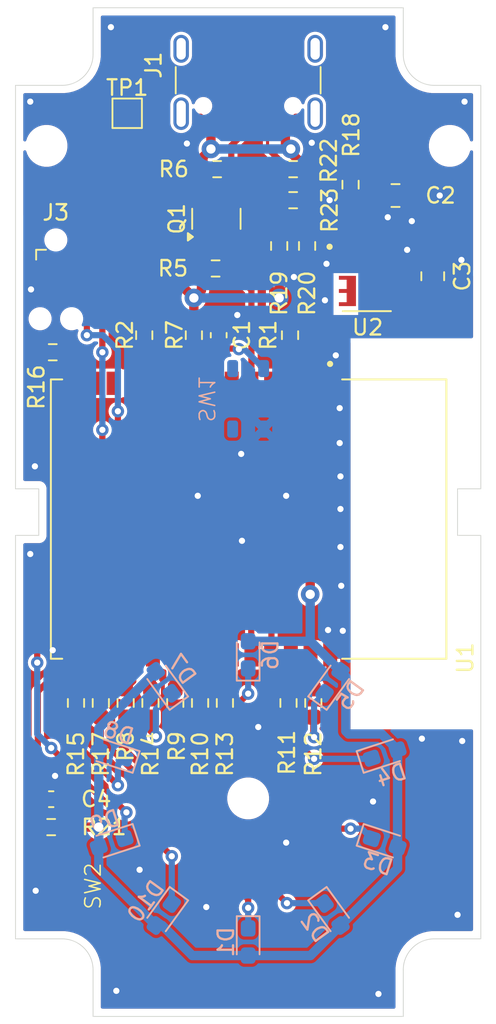
<source format=kicad_pcb>
(kicad_pcb (version 20240108) (generator "pcbnew") (generator_version "8.0")
  (title_block (title "UIS Fan Controller") (date "2025-03-15") (rev "v1"))
  (layers (0 "F.Cu" signal) (31 "B.Cu" signal) (34 "B.Paste" user) (35 "F.Paste" user) (36 "B.SilkS" user "B.Silkscreen") (37 "F.SilkS" user "F.Silkscreen") (38 "B.Mask" user) (39 "F.Mask" user) (44 "Edge.Cuts" user))
  (net 0 "")
  (net 1 "GND")
  (net 2 "/BUTTON")
  (net 3 "+10V")
  (net 4 "+3V3")
  (net 5 "/BOOT")
  (net 6 "/LED1")
  (net 7 "Net-(D1-K)")
  (net 8 "Net-(D2-K)")
  (net 9 "/LED2")
  (net 10 "Net-(D3-K)")
  (net 11 "/LED3")
  (net 12 "Net-(D4-K)")
  (net 13 "/LED4")
  (net 14 "/LED5")
  (net 15 "Net-(D5-K)")
  (net 16 "Net-(D6-K)")
  (net 17 "/LED6")
  (net 18 "/LED7")
  (net 19 "Net-(D7-K)")
  (net 20 "Net-(D8-K)")
  (net 21 "/LED8")
  (net 22 "Net-(D9-K)")
  (net 23 "/LED9")
  (net 24 "Net-(D10-K)")
  (net 25 "/LED10")
  (net 27 "/TACH")
  (net 28 "/FAN_PWM")
  (net 29 "Net-(J1-CC1)")
  (net 32 "/ESP_PWM")
  (net 33 "Net-(U1-EN)")
  (net 34 "Net-(U1-IO8)")
  (net 35 "Net-(U2-EN)")
  (net 36 "Net-(U2-FB)")
  (net 42 "/RX")
  (net 44 "/TX")
  (footprint "Resistor_SMD:R_0603_1608Metric_Pad0.98x0.95mm_HandSolder" (layer "F.Cu") (at 137.3 120.3 180)
    (property "Reference" "R21")
    (property "Value" "10k")
  )
  (footprint "Resistor_SMD:R_0603_1608Metric_Pad0.98x0.95mm_HandSolder" (layer "F.Cu") (at 142.1 112.3 90)
    (property "Reference" "R8")
    (property "Value" "1k")
  )
  (footprint "Connector:Tag-Connect_TC2030-IDC-NL_2x03_P1.27mm_Vertical" (layer "F.Cu") (at 137.6 85 -90)
    (property "Reference" "J3")
    (property "Value" "Conn_ARM_SWD_TagConnect_TC2030-NL" (hide yes))
  )
  (footprint "MountingHole:MountingHole_2.2mm_M2" (layer "F.Cu") (at 163 76.4)
    (property "Reference" "H2" (hide yes))
    (property "Value" "MountingHole" (hide yes))
  )
  (footprint "Resistor_SMD:R_0603_1608Metric_Pad0.98x0.95mm_HandSolder" (layer "F.Cu") (at 143.7 112.3 90)
    (property "Reference" "R14")
    (property "Value" "1k")
  )
  (footprint "Resistor_SMD:R_0603_1608Metric_Pad0.98x0.95mm_HandSolder" (layer "F.Cu") (at 146.9 112.3 90)
    (property "Reference" "R10")
    (property "Value" "1k")
  )
  (footprint "Resistor_SMD:R_0603_1608Metric_Pad0.98x0.95mm_HandSolder" (layer "F.Cu") (at 137.4 89.7)
    (property "Reference" "R16")
    (property "Value" "1k")
  )
  (footprint "Capacitor_SMD:C_0805_2012Metric_Pad1.18x1.45mm_HandSolder" (layer "F.Cu") (at 161.9 84.8 90)
    (property "Reference" "C3")
    (property "Value" "22u")
  )
  (footprint "Resistor_SMD:R_0603_1608Metric_Pad0.98x0.95mm_HandSolder" (layer "F.Cu") (at 152.6 112.3 90)
    (property "Reference" "R11")
    (property "Value" "1k")
  )
  (footprint "MountingHole:MountingHole_2.2mm_M2" (layer "F.Cu") (at 137 76.4)
    (property "Reference" "H3" (hide yes))
    (property "Value" "MountingHole" (hide yes))
  )
  (footprint "Resistor_SMD:R_0603_1608Metric_Pad0.98x0.95mm_HandSolder" (layer "F.Cu") (at 140.5 112.3 90)
    (property "Reference" "R17")
    (property "Value" "1k")
  )
  (footprint "Resistor_SMD:R_0603_1608Metric_Pad0.98x0.95mm_HandSolder" (layer "F.Cu") (at 145.3 112.3 90)
    (property "Reference" "R9")
    (property "Value" "1k")
  )
  (footprint "Footprints:4P-3.4x3.4mm" (layer "F.Cu") (at 137.3 124.1 90)
    (property "Reference" "SW2")
    (property "Value" "SW_Push" (hide yes))
  )
  (footprint "SnapEDA:CONV_MPM3610GQV-P" (layer "F.Cu") (at 157.65 84.5)
    (property "Reference" "U2")
    (property "Value" "MPM3610GQV-P" (hide yes))
  )
  (footprint "Resistor_SMD:R_0603_1608Metric_Pad0.98x0.95mm_HandSolder" (layer "F.Cu") (at 146.5 88.6 -90)
    (property "Reference" "R7")
    (property "Value" "10k")
  )
  (footprint "Resistor_SMD:R_0603_1608Metric_Pad0.98x0.95mm_HandSolder" (layer "F.Cu") (at 152 82.85 90)
    (property "Reference" "R19")
    (property "Value" "75k")
  )
  (footprint "Capacitor_SMD:C_0603_1608Metric_Pad1.08x0.95mm_HandSolder" (layer "F.Cu") (at 137.3 118.5)
    (property "Reference" "C4")
    (property "Value" "0.1u")
  )
  (footprint "Resistor_SMD:R_0603_1608Metric_Pad0.98x0.95mm_HandSolder" (layer "F.Cu") (at 143.3 88.6 -90)
    (property "Reference" "R2")
    (property "Value" "10k")
  )
  (footprint "Resistor_SMD:R_0603_1608Metric_Pad0.98x0.95mm_HandSolder" (layer "F.Cu") (at 154.2 112.3 90)
    (property "Reference" "R12")
    (property "Value" "1k")
  )
  (footprint "Resistor_SMD:R_0603_1608Metric_Pad0.98x0.95mm_HandSolder" (layer "F.Cu") (at 148 77.9)
    (property "Reference" "R6")
    (property "Value" "2.2k")
  )
  (footprint "Capacitor_SMD:C_0603_1608Metric_Pad1.08x0.95mm_HandSolder" (layer "F.Cu") (at 148.1 88.6 90)
    (property "Reference" "C1")
    (property "Value" "0.1u")
  )
  (footprint "Capacitor_SMD:C_0805_2012Metric_Pad1.18x1.45mm_HandSolder" (layer "F.Cu") (at 159.5 79.6)
    (property "Reference" "C2")
    (property "Value" "10u")
  )
  (footprint "Resistor_SMD:R_0603_1608Metric_Pad0.98x0.95mm_HandSolder" (layer "F.Cu") (at 152.7 88.6 -90)
    (property "Reference" "R1")
    (property "Value" "10k")
  )
  (footprint "SnapEDA:XCVR_ESP32-C6-WROOM-1-N8" (layer "F.Cu") (at 150.03 100.45 -90)
    (property "Reference" "U1")
    (property "Value" "ESP32-C6-WROOM-1-N8")
  )
  (footprint "Resistor_SMD:R_0603_1608Metric_Pad0.98x0.95mm_HandSolder" (layer "F.Cu") (at 153.8 82.85 -90)
    (property "Reference" "R20")
    (property "Value" "24k")
  )
  (footprint "Resistor_SMD:R_0603_1608Metric_Pad0.98x0.95mm_HandSolder" (layer "F.Cu") (at 152.9 77.9 180)
    (property "Reference" "R22")
    (property "Value" "47k")
  )
  (footprint "Resistor_SMD:R_0603_1608Metric_Pad0.98x0.95mm_HandSolder" (layer "F.Cu") (at 148.5 112.3 90)
    (property "Reference" "R13")
    (property "Value" "1k")
  )
  (footprint "Package_TO_SOT_SMD:SOT-23" (layer "F.Cu") (at 147.95 81.1 90)
    (property "Reference" "Q1")
    (property "Value" "BSS138")
  )
  (footprint "Resistor_SMD:R_0603_1608Metric_Pad0.98x0.95mm_HandSolder" (layer "F.Cu") (at 156.6 78.9 90)
    (property "Reference" "R18")
    (property "Value" "75k")
  )
  (footprint "Resistor_SMD:R_0603_1608Metric_Pad0.98x0.95mm_HandSolder" (layer "F.Cu") (at 152.9 79.9)
    (property "Reference" "R23")
    (property "Value" "47k")
  )
  (footprint "Resistor_SMD:R_0603_1608Metric_Pad0.98x0.95mm_HandSolder" (layer "F.Cu") (at 147.9 84.3)
    (property "Reference" "R5")
    (property "Value" "2.2k")
  )
  (footprint "TestPoint:TestPoint_Pad_1.5x1.5mm" (layer "F.Cu") (at 142.2 74.3)
    (property "Reference" "TP1")
    (property "Value" "TestPoint" (hide yes))
  )
  (footprint "MountingHole:MountingHole_2.2mm_M2" (layer "F.Cu") (at 150 118.45)
    (property "Reference" "H1" (hide yes))
    (property "Value" "MountingHole" (hide yes))
  )
  (footprint "Connector_USB:USB_C_Receptacle_GCT_USB4105-xx-A_16P_TopMnt_Horizontal" (layer "F.Cu") (at 150 71.22 180)
    (property "Reference" "J1")
    (property "Value" "USB_C_Receptacle_USB2.0_14P" (hide yes))
  )
  (footprint "Resistor_SMD:R_0603_1608Metric_Pad0.98x0.95mm_HandSolder" (layer "F.Cu") (at 138.9 112.3 90)
    (property "Reference" "R15")
    (property "Value" "1k")
  )
  (footprint "LED_SMD:LED_0603_1608Metric_Pad1.05x0.95mm_HandSolder" (layer "B.Cu") (at 155.44 110.97 54)
    (property "Reference" "D5")
    (property "Value" "LED" (hide yes))
  )
  (footprint "LED_SMD:LED_0603_1608Metric_Pad1.05x0.95mm_HandSolder" (layer "B.Cu") (at 150 127.7 -90)
    (property "Reference" "D1")
    (property "Value" "LED" (hide yes))
  )
  (footprint "Footprints:4P-3.4x3.4mm" (layer "B.Cu") (at 150 92.7 90)
    (property "Reference" "SW1")
    (property "Value" "SW_Push" (hide yes))
  )
  (footprint "LED_SMD:LED_0603_1608Metric_Pad1.05x0.95mm_HandSolder" (layer "B.Cu") (at 141.2 115.59 162)
    (property "Reference" "D8")
    (property "Value" "LED" (hide yes))
  )
  (footprint "LED_SMD:LED_0603_1608Metric_Pad1.05x0.95mm_HandSolder" (layer "B.Cu") (at 144.56 110.97 126)
    (property "Reference" "D7")
    (property "Value" "LED" (hide yes))
  )
  (footprint "LED_SMD:LED_0603_1608Metric_Pad1.05x0.95mm_HandSolder" (layer "B.Cu") (at 141.2 121.31 -162)
    (property "Reference" "D9")
    (property "Value" "LED" (hide yes))
  )
  (footprint "LED_SMD:LED_0603_1608Metric_Pad1.05x0.95mm_HandSolder" (layer "B.Cu") (at 155.44 125.93 -54)
    (property "Reference" "D2")
    (property "Value" "LED" (hide yes))
  )
  (footprint "LED_SMD:LED_0603_1608Metric_Pad1.05x0.95mm_HandSolder" (layer "B.Cu") (at 158.8 121.31 -18)
    (property "Reference" "D3")
    (property "Value" "LED" (hide yes))
  )
  (footprint "LED_SMD:LED_0603_1608Metric_Pad1.05x0.95mm_HandSolder" (layer "B.Cu") (at 150 109.2 90)
    (property "Reference" "D6")
    (property "Value" "LED" (hide yes))
  )
  (footprint "LED_SMD:LED_0603_1608Metric_Pad1.05x0.95mm_HandSolder" (layer "B.Cu") (at 158.8 115.59 18)
    (property "Reference" "D4")
    (property "Value" "LED" (hide yes))
  )
  (footprint "LED_SMD:LED_0603_1608Metric_Pad1.05x0.95mm_HandSolder" (layer "B.Cu") (at 144.56 125.93 -126)
    (property "Reference" "D10")
    (property "Value" "LED" (hide yes))
  )
  (gr_arc (start 138 127.5) (mid 139.414214 128.085786) (end 140 129.5) (stroke (width 0.05)) (layer "Edge.Cuts"))
  (gr_line (start 140 132.5) (end 160 132.5) (stroke (width 0.05)) (layer "Edge.Cuts"))
  (gr_line (start 136.5 98.5) (end 135 98.5) (stroke (width 0.05)) (layer "Edge.Cuts"))
  (gr_line (start 160 132.5) (end 160 129.5) (stroke (width 0.05)) (layer "Edge.Cuts"))
  (gr_arc (start 162 72.5) (mid 160.585786 71.914214) (end 160 70.5) (stroke (width 0.05)) (layer "Edge.Cuts"))
  (gr_line (start 165 127.5) (end 162 127.5) (stroke (width 0.05)) (layer "Edge.Cuts"))
  (gr_line (start 165 72.5) (end 162 72.5) (stroke (width 0.05)) (layer "Edge.Cuts"))
  (gr_line (start 163.5 101.5) (end 165 101.5) (stroke (width 0.05)) (layer "Edge.Cuts"))
  (gr_line (start 140 67.5) (end 140 70.5) (stroke (width 0.05)) (layer "Edge.Cuts"))
  (gr_line (start 165 98.5) (end 165 72.5) (stroke (width 0.05)) (layer "Edge.Cuts"))
  (gr_line (start 160 67.5) (end 160 70.5) (stroke (width 0.05)) (layer "Edge.Cuts"))
  (gr_line (start 136.5 101.5) (end 135 101.5) (stroke (width 0.05)) (layer "Edge.Cuts"))
  (gr_line (start 165 101.5) (end 165 127.5) (stroke (width 0.05)) (layer "Edge.Cuts"))
  (gr_line (start 163.5 98.5) (end 165 98.5) (stroke (width 0.05)) (layer "Edge.Cuts"))
  (gr_line (start 135 98.5) (end 135 72.5) (stroke (width 0.05)) (layer "Edge.Cuts"))
  (gr_arc (start 140 70.5) (mid 139.414214 71.914214) (end 138 72.5) (stroke (width 0.05)) (layer "Edge.Cuts"))
  (gr_line (start 140 132.5) (end 140 129.5) (stroke (width 0.05)) (layer "Edge.Cuts"))
  (gr_line (start 163.5 98.5) (end 163.5 101.5) (stroke (width 0.05)) (layer "Edge.Cuts"))
  (gr_line (start 136.5 98.5) (end 136.5 101.5) (stroke (width 0.05)) (layer "Edge.Cuts"))
  (gr_line (start 135 72.5) (end 138 72.5) (stroke (width 0.05)) (layer "Edge.Cuts"))
  (gr_line (start 135 127.5) (end 138 127.5) (stroke (width 0.05)) (layer "Edge.Cuts"))
  (gr_line (start 135 101.5) (end 135 127.5) (stroke (width 0.05)) (layer "Edge.Cuts"))
  (gr_arc (start 160 129.5) (mid 160.585786 128.085786) (end 162 127.5) (stroke (width 0.05)) (layer "Edge.Cuts"))
  (gr_line (start 140 67.5) (end 160 67.5) (stroke (width 0.05)) (layer "Edge.Cuts"))
  (via (at 163.95 73.55) (size 0.8) (drill 0.4) (layers "F.Cu" "B.Cu") (net 1))
  (via (at 154.1 76.2) (size 0.8) (drill 0.4) (layers "F.Cu" "B.Cu") (net 1))
  (via (at 155.9 95.55) (size 0.8) (drill 0.4) (layers "F.Cu" "B.Cu") (net 1))
  (via (at 136.25 97.05) (size 0.8) (drill 0.4) (layers "F.Cu" "B.Cu") (net 1))
  (via (at 137.55 117) (size 0.8) (drill 0.4) (layers "F.Cu" "B.Cu") (net 1))
  (via (at 155.65 89.9) (size 0.8) (drill 0.4) (layers "F.Cu" "B.Cu") (net 1))
  (via (at 156 104.75) (size 0.8) (drill 0.4) (layers "F.Cu" "B.Cu") (net 1))
  (via (at 147.3 125.45) (size 0.8) (drill 0.4) (layers "F.Cu" "B.Cu") (net 1))
  (via (at 163.75 83.75) (size 0.8) (drill 0.4) (layers "F.Cu" "B.Cu") (net 1))
  (via (at 152.95 84.85) (size 0.8) (drill 0.4) (layers "F.Cu" "B.Cu") (net 1))
  (via (at 155.9 93.3) (size 0.8) (drill 0.4) (layers "F.Cu" "B.Cu") (net 1))
  (via (at 150.65 113.85) (size 0.8) (drill 0.4) (layers "F.Cu" "B.Cu") (net 1))
  (via (at 136 85.65) (size 0.8) (drill 0.4) (layers "F.Cu" "B.Cu") (net 1))
  (via (at 159 81) (size 0.8) (drill 0.4) (layers "F.Cu" "B.Cu") (net 1))
  (via (at 152.45 98.95) (size 0.8) (drill 0.4) (layers "F.Cu" "B.Cu") (net 1))
  (via (at 160.55 81.25) (size 0.8) (drill 0.4) (layers "F.Cu" "B.Cu") (net 1))
  (via (at 160.25 83.1) (size 0.8) (drill 0.4) (layers "F.Cu" "B.Cu") (net 1))
  (via (at 155.05 84) (size 0.8) (drill 0.4) (layers "F.Cu" "B.Cu") (net 1))
  (via (at 163.5 125.95) (size 0.8) (drill 0.4) (layers "F.Cu" "B.Cu") (net 1))
  (via (at 141.15 68.75) (size 0.8) (drill 0.4) (layers "F.Cu" "B.Cu") (net 1))
  (via (at 161.2 114.6) (size 0.8) (drill 0.4) (layers "F.Cu" "B.Cu") (net 1))
  (via (at 141.5 130.85) (size 0.8) (drill 0.4) (layers "F.Cu" "B.Cu") (net 1))
  (via (at 155.15 107.6) (size 0.8) (drill 0.4) (layers "F.Cu" "B.Cu") (net 1))
  (via (at 149.55 96.25) (size 0.8) (drill 0.4) (layers "F.Cu" "B.Cu") (net 1))
  (via (at 155.95 97.7) (size 0.8) (drill 0.4) (layers "F.Cu" "B.Cu") (net 1))
  (via (at 155.25 79.9) (size 0.8) (drill 0.4) (layers "F.Cu" "B.Cu") (net 1))
  (via (at 136.3 124.4) (size 0.8) (drill 0.4) (layers "F.Cu" "B.Cu") (net 1))
  (via (at 155.95 99.8) (size 0.8) (drill 0.4) (layers "F.Cu" "B.Cu") (net 1))
  (via (at 137.4 108.9) (size 0.8) (drill 0.4) (layers "F.Cu" "B.Cu") (net 1))
  (via (at 149.3 87.3) (size 0.8) (drill 0.4) (layers "F.Cu" "B.Cu") (net 1))
  (via (at 143 123.05) (size 0.8) (drill 0.4) (layers "F.Cu" "B.Cu") (net 1))
  (via (at 146.05 76.25) (size 0.8) (drill 0.4) (layers "F.Cu" "B.Cu") (net 1))
  (via (at 152.45 121.3) (size 0.8) (drill 0.4) (layers "F.Cu" "B.Cu") (net 1))
  (via (at 158.05 118.65) (size 0.8) (drill 0.4) (layers "F.Cu" "B.Cu") (net 1))
  (via (at 163.8 114.75) (size 0.8) (drill 0.4) (layers "F.Cu" "B.Cu") (net 1))
  (via (at 154.95 86.35) (size 0.8) (drill 0.4) (layers "F.Cu" "B.Cu") (net 1))
  (via (at 158.4 131.05) (size 0.8) (drill 0.4) (layers "F.Cu" "B.Cu") (net 1))
  (via (at 162.35 79.6) (size 0.8) (drill 0.4) (layers "F.Cu" "B.Cu") (net 1))
  (via (at 135.95 73.55) (size 0.8) (drill 0.4) (layers "F.Cu" "B.Cu") (net 1))
  (via (at 155.95 102.25) (size 0.8) (drill 0.4) (layers "F.Cu" "B.Cu") (net 1))
  (via (at 156.1 107.65) (size 0.8) (drill 0.4) (layers "F.Cu" "B.Cu") (net 1))
  (via (at 146.75 98.95) (size 0.8) (drill 0.4) (layers "F.Cu" "B.Cu") (net 1))
  (via (at 149.6 101.85) (size 0.8) (drill 0.4) (layers "F.Cu" "B.Cu") (net 1))
  (via (at 135.95 102.7) (size 0.8) (drill 0.4) (layers "F.Cu" "B.Cu") (net 1))
  (via (at 158.85 68.75) (size 0.8) (drill 0.4) (layers "F.Cu" "B.Cu") (net 1))
  (segment (start 146.5 89.5125) (end 146.5 91.6) (width 0.4) (layer "F.Cu") (net 2))
  (segment (start 148.05 89.5125) (end 148.1 89.4625) (width 0.4) (layer "F.Cu") (net 2))
  (segment (start 146.5 91.6) (end 146.4 91.7) (width 0.4) (layer "F.Cu") (net 2))
  (segment (start 148.1 89.4625) (end 149.3625 89.4625) (width 0.4) (layer "F.Cu") (net 2))
  (segment (start 149.3625 89.4625) (end 149.4 89.5) (width 0.4) (layer "F.Cu") (net 2))
  (segment (start 146.5 89.5125) (end 148.05 89.5125) (width 0.4) (layer "F.Cu") (net 2))
  (via (at 149.4 89.5) (size 0.8) (drill 0.4) (layers "F.Cu" "B.Cu") (net 2))
  (segment (start 149.4 89.5) (end 149.75 89.5) (width 0.4) (layer "B.Cu") (net 2))
  (segment (start 149.75 89.5) (end 151 90.75) (width 0.4) (layer "B.Cu") (net 2))
  (segment (start 156.2625 77.9) (end 156.35 77.9875) (width 0.2) (layer "F.Cu") (net 3))
  (segment (start 147.0875 77.9) (end 147.0875 77.1125) (width 0.6) (layer "F.Cu") (net 3))
  (segment (start 153.8125 77.9) (end 156.5125 77.9) (width 0.6) (layer "F.Cu") (net 3))
  (segment (start 158.4625 79.6) (end 158.4625 80.1375) (width 0.6) (layer "F.Cu") (net 3))
  (segment (start 156.6 77.9875) (end 157.8875 77.9875) (width 0.6) (layer "F.Cu") (net 3))
  (segment (start 152.75 76.8375) (end 153.8125 77.9) (width 0.6) (layer "F.Cu") (net 3))
  (segment (start 152.4 76.25) (end 152.75 76.6) (width 0.6) (layer "F.Cu") (net 3))
  (segment (start 158.4625 80.1375) (end 157.7 80.9) (width 0.6) (layer "F.Cu") (net 3))
  (segment (start 147.0875 77.1125) (end 147.6 76.6) (width 0.6) (layer "F.Cu") (net 3))
  (segment (start 158.4625 78.5625) (end 158.4625 79.6) (width 0.6) (layer "F.Cu") (net 3))
  (segment (start 152.75 76.6) (end 152.75 76.8375) (width 0.6) (layer "F.Cu") (net 3))
  (segment (start 152.4 74.9) (end 152.4 76.25) (width 0.6) (layer "F.Cu") (net 3))
  (segment (start 157.4 81.2) (end 157.7 80.9) (width 0.2) (layer "F.Cu") (net 3))
  (segment (start 156.5125 77.9) (end 156.6 77.9875) (width 0.6) (layer "F.Cu") (net 3))
  (segment (start 157.8875 77.9875) (end 158.4625 78.5625) (width 0.6) (layer "F.Cu") (net 3))
  (segment (start 147.6 76.6) (end 147.6 74.9) (width 0.6) (layer "F.Cu") (net 3))
  (segment (start 157.4 82.25) (end 157.4 81.2) (width 0.2) (layer "F.Cu") (net 3))
  (via (at 152.75 76.6) (size 1.2) (drill 0.6) (layers "F.Cu" "B.Cu") (net 3))
  (via (at 147.6 76.6) (size 1.2) (drill 0.6) (layers "F.Cu" "B.Cu") (net 3))
  (segment (start 147.6 76.6) (end 152.75 76.6) (width 0.6) (layer "B.Cu") (net 3))
  (segment (start 154 105.3) (end 154 93.7) (width 0.6) (layer "F.Cu") (net 4))
  (segment (start 154 93.7) (end 154.02 93.68) (width 0.6) (layer "F.Cu") (net 4))
  (segment (start 143.2125 87.6) (end 143.3 87.6875) (width 0.6) (layer "F.Cu") (net 4))
  (segment (start 146.9875 84.3) (end 146.9875 85.7125) (width 0.6) (layer "F.Cu") (net 4))
  (segment (start 136 82.765) (end 136 81.3) (width 0.6) (layer "F.Cu") (net 4))
  (segment (start 143.3 87.6875) (end 146.5 87.6875) (width 0.6) (layer "F.Cu") (net 4))
  (segment (start 147 82.0375) (end 147 84.2875) (width 0.6) (layer "F.Cu") (net 4))
  (segment (start 147 84.2875) (end 146.9875 84.3) (width 0.6) (layer "F.Cu") (net 4))
  (segment (start 154.02 91.7) (end 154.02 93.68) (width 0.6) (layer "F.Cu") (net 4))
  (segment (start 158.65 86.6) (end 160.35 86.6) (width 0.2) (layer "F.Cu") (net 4))
  (segment (start 136.965 83.73) (end 136 82.765) (width 0.6) (layer "F.Cu") (net 4))
  (segment (start 146.5 86.2) (end 146.5 87.6875) (width 0.6) (layer "F.Cu") (net 4))
  (segment (start 158.65 84.95) (end 158.65 85.8) (width 0.2) (layer "F.Cu") (net 4))
  (segment (start 138.3 80.6) (end 141.6 83.9) (width 0.6) (layer "F.Cu") (net 4))
  (segment (start 158.65 85.8) (end 158.65 86.6) (width 0.2) (layer "F.Cu") (net 4))
  (segment (start 152 83.7625) (end 152 86.2) (width 0.6) (layer "F.Cu") (net 4))
  (segment (start 158.7 84.9) (end 158.65 84.95) (width 0.2) (layer "F.Cu") (net 4))
  (segment (start 141.6 83.9) (end 144.2 83.9) (width 0.6) (layer "F.Cu") (net 4))
  (segment (start 146.9875 85.7125) (end 146.5 86.2) (width 0.6) (layer "F.Cu") (net 4))
  (segment (start 136 81.3) (end 136.7 80.6) (width 0.6) (layer "F.Cu") (net 4))
  (segment (start 138.2125 120.3) (end 140.367826 120.3) (width 0.6) (layer "F.Cu") (net 4))
  (segment (start 144.2 83.9) (end 146.5 86.2) (width 0.6) (layer "F.Cu") (net 4))
  (segment (start 136.7 80.6) (end 138.3 80.6) (width 0.6) (layer "F.Cu") (net 4))
  (segment (start 160.1 84.9) (end 158.7 84.9) (width 0.2) (layer "F.Cu") (net 4))
  (via (at 140.367826 120.3) (size 1.2) (drill 0.6) (layers "F.Cu" "B.Cu") (net 4))
  (via (at 152 86.2) (size 1.2) (drill 0.6) (layers "F.Cu" "B.Cu") (net 4))
  (via (at 146.5 86.2) (size 1.2) (drill 0.6) (layers "F.Cu" "B.Cu") (net 4))
  (via (at 154 105.3) (size 1.2) (drill 0.6) (layers "F.Cu" "B.Cu") (net 4))
  (segment (start 146.39922 128.575) (end 150 128.575) (width 0.6) (layer "B.Cu") (net 4))
  (segment (start 140.367826 115.31961) (end 140.367826 120.3) (width 0.6) (layer "B.Cu") (net 4))
  (segment (start 144.46211 126.63789) (end 146.39922 128.575) (width 0.6) (layer "B.Cu") (net 4))
  (segment (start 155.954312 126.63789) (end 159.632174 122.960028) (width 0.6) (layer "B.Cu") (net 4))
  (segment (start 153.982798 108.325) (end 154 108.307798) (width 0.6) (layer "B.Cu") (net 4))
  (segment (start 158.612564 114.3) (end 156.475736 114.3) (width 0.6) (layer "B.Cu") (net 4))
  (segment (start 154.017202 128.575) (end 155.954312 126.63789) (width 0.6) (layer "B.Cu") (net 4))
  (segment (start 140.367826 122.960028) (end 144.045688 126.63789) (width 0.6) (layer "B.Cu") (net 4))
  (segment (start 140.367826 120.3) (end 140.367826 121.58039) (width 0.6) (layer "B.Cu") (net 4))
  (segment (start 144.045688 126.63789) (end 144.46211 126.63789) (width 0.6) (layer "B.Cu") (net 4))
  (segment (start 159.632174 121.58039) (end 159.632174 115.31961) (width 0.6) (layer "B.Cu") (net 4))
  (segment (start 159.632174 115.31961) (end 158.612564 114.3) (width 0.6) (layer "B.Cu") (net 4))
  (segment (start 156.294374 114.118638) (end 156.294374 110.602172) (width 0.6) (layer "B.Cu") (net 4))
  (segment (start 146.5 86.2) (end 152 86.2) (width 0.6) (layer "B.Cu") (net 4))
  (segment (start 159.632174 122.960028) (end 159.632174 121.58039) (width 0.6) (layer "B.Cu") (net 4))
  (segment (start 154 108.307798) (end 155.954312 110.26211) (width 0.6) (layer "B.Cu") (net 4))
  (segment (start 156.294374 110.602172) (end 155.954312 110.26211) (width 0.6) (layer "B.Cu") (net 4))
  (segment (start 150 128.575) (end 154.017202 128.575) (width 0.6) (layer "B.Cu") (net 4))
  (segment (start 156.475736 114.3) (end 156.294374 114.118638) (width 0.6) (layer "B.Cu") (net 4))
  (segment (start 154 105.3) (end 154 108.307798) (width 0.6) (layer "B.Cu") (net 4))
  (segment (start 144.045688 110.26211) (end 140.367826 113.939972) (width 0.6) (layer "B.Cu") (net 4))
  (segment (start 140.367826 121.58039) (end 140.367826 122.960028) (width 0.6) (layer "B.Cu") (net 4))
  (segment (start 140.367826 113.939972) (end 140.367826 115.31961) (width 0.6) (layer "B.Cu") (net 4))
  (segment (start 150 108.325) (end 153.982798 108.325) (width 0.6) (layer "B.Cu") (net 4))
  (segment (start 138.78 109.22) (end 138.78 109.2) (width 0.4) (layer "F.Cu") (net 5))
  (segment (start 136.3 120.3875) (end 136.3875 120.3) (width 0.4) (layer "F.Cu") (net 5))
  (segment (start 136.4375 118.5) (end 136.4375 111.5625) (width 0.4) (layer "F.Cu") (net 5))
  (segment (start 136.4375 111.5625) (end 138.78 109.22) (width 0.4) (layer "F.Cu") (net 5))
  (segment (start 136.3 122.15) (end 136.3 120.3875) (width 0.4) (layer "F.Cu") (net 5))
  (segment (start 136.3875 118.55) (end 136.4375 118.5) (width 0.4) (layer "F.Cu") (net 5))
  (segment (start 136.3875 120.3) (end 136.3875 118.55) (width 0.4) (layer "F.Cu") (net 5))
  (segment (start 152.75 111.2375) (end 152.6 111.3875) (width 0.4) (layer "F.Cu") (net 6))
  (segment (start 152.75 109.2) (end 152.75 111.2375) (width 0.4) (layer "F.Cu") (net 6))
  (segment (start 150 124.95) (end 145.125 120.075) (width 0.4) (layer "F.Cu") (net 7))
  (segment (start 150 125.5) (end 150 124.95) (width 0.4) (layer "F.Cu") (net 7))
  (segment (start 142.1 114.5) (end 145.125 117.525) (width 0.4) (layer "F.Cu") (net 7))
  (segment (start 145.125 117.525) (end 145.125 119.65) (width 0.4) (layer "F.Cu") (net 7))
  (segment (start 145.125 120.075) (end 145.125 119.65) (width 0.4) (layer "F.Cu") (net 7))
  (segment (start 142.1 113.2125) (end 142.1 114.5) (width 0.4) (layer "F.Cu") (net 7))
  (via (at 150 125.5) (size 0.8) (drill 0.4) (layers "F.Cu" "B.Cu") (net 7))
  (segment (start 150 125.5) (end 150 126.825) (width 0.4) (layer "B.Cu") (net 7))
  (segment (start 146.5 116.55) (end 145.3 115.35) (width 0.4) (layer "F.Cu") (net 8))
  (segment (start 145.3 115.35) (end 145.3 113.2125) (width 0.4) (layer "F.Cu") (net 8))
  (segment (start 146.5 119.2) (end 146.5 116.55) (width 0.4) (layer "F.Cu") (net 8))
  (segment (start 152.5 125.2) (end 146.5 119.2) (width 0.4) (layer "F.Cu") (net 8))
  (via (at 152.5 125.2) (size 0.8) (drill 0.4) (layers "F.Cu" "B.Cu") (net 8))
  (segment (start 154.903578 125.2) (end 154.925688 125.22211) (width 0.4) (layer "B.Cu") (net 8))
  (segment (start 152.5 125.2) (end 154.903578 125.2) (width 0.4) (layer "B.Cu") (net 8))
  (segment (start 148.94 109.2) (end 148.94 111.0475) (width 0.4) (layer "F.Cu") (net 9))
  (segment (start 148.94 111.0475) (end 148.6 111.3875) (width 0.4) (layer "F.Cu") (net 9))
  (segment (start 146.954531 113.2125) (end 148.921015 115.178985) (width 0.4) (layer "F.Cu") (net 10))
  (segment (start 146.9 113.2125) (end 146.954531 113.2125) (width 0.4) (layer "F.Cu") (net 10))
  (segment (start 150.178985 115.178985) (end 148.921015 115.178985) (width 0.4) (layer "F.Cu") (net 10))
  (segment (start 155.4 120.4) (end 150.178985 115.178985) (width 0.4) (layer "F.Cu") (net 10))
  (segment (start 155.4 120.4) (end 156.6 120.4) (width 0.4) (layer "F.Cu") (net 10))
  (via (at 156.6 120.4) (size 0.8) (drill 0.4) (layers "F.Cu" "B.Cu") (net 10))
  (segment (start 156.6 120.4) (end 157.328216 120.4) (width 0.4) (layer "B.Cu") (net 10))
  (segment (start 157.328216 120.4) (end 157.967826 121.03961) (width 0.4) (layer "B.Cu") (net 10))
  (segment (start 154.02 109.2) (end 154.02 111.2075) (width 0.4) (layer "F.Cu") (net 11))
  (segment (start 154.02 111.2075) (end 154.2 111.3875) (width 0.4) (layer "F.Cu") (net 11))
  (segment (start 154.2 115.9) (end 154.025 115.725) (width 0.4) (layer "F.Cu") (net 12))
  (segment (start 152.6 114.3) (end 154.025 115.725) (width 0.4) (layer "F.Cu") (net 12))
  (segment (start 152.6 113.2125) (end 152.6 114.3) (width 0.4) (layer "F.Cu") (net 12))
  (via (at 154.25 115.9) (size 0.8) (drill 0.4) (layers "F.Cu" "B.Cu") (net 12))
  (segment (start 157.928216 115.9) (end 154.25 115.9) (width 0.4) (layer "B.Cu") (net 12))
  (segment (start 157.967826 115.86039) (end 157.928216 115.9) (width 0.4) (layer "B.Cu") (net 12))
  (segment (start 138.3125 91.2325) (end 138.78 91.7) (width 0.4) (layer "F.Cu") (net 13))
  (segment (start 138.3125 89.7) (end 138.3125 91.2325) (width 0.4) (layer "F.Cu") (net 13))
  (segment (start 139 111.3875) (end 140.05 110.3375) (width 0.4) (layer "F.Cu") (net 14))
  (segment (start 140.05 110.3375) (end 140.05 109.2) (width 0.4) (layer "F.Cu") (net 14))
  (segment (start 154.2 113.2125) (end 154.2 114.45) (width 0.4) (layer "F.Cu") (net 15))
  (segment (start 154.2 114.45) (end 154.25 114.5) (width 0.4) (layer "F.Cu") (net 15))
  (via (at 154.25 114.5) (size 0.8) (drill 0.4) (layers "F.Cu" "B.Cu") (net 15))
  (segment (start 154.25 114.5) (end 154.25 112.353578) (width 0.4) (layer "B.Cu") (net 15))
  (segment (start 154.25 112.353578) (end 154.925688 111.67789) (width 0.4) (layer "B.Cu") (net 15))
  (segment (start 148.5 113.2) (end 150 111.7) (width 0.4) (layer "F.Cu") (net 16))
  (segment (start 148.5 113.2125) (end 148.5 113.2) (width 0.4) (layer "F.Cu") (net 16))
  (via (at 150 111.7) (size 0.8) (drill 0.4) (layers "F.Cu" "B.Cu") (net 16))
  (segment (start 150 111.7) (end 150 110.075) (width 0.4) (layer "B.Cu") (net 16))
  (segment (start 141.32 110.5675) (end 141.32 109.2) (width 0.4) (layer "F.Cu") (net 17))
  (segment (start 140.5 111.3875) (end 141.32 110.5675) (width 0.4) (layer "F.Cu") (net 17))
  (segment (start 142.1 111.3875) (end 142.59 110.8975) (width 0.4) (layer "F.Cu") (net 18))
  (segment (start 142.59 110.8975) (end 142.59 109.2) (width 0.4) (layer "F.Cu") (net 18))
  (segment (start 143.7 113.2125) (end 143.7 114.1) (width 0.4) (layer "F.Cu") (net 19))
  (segment (start 143.7 114.1) (end 144.05 114.45) (width 0.4) (layer "F.Cu") (net 19))
  (via (at 144.05 114.45) (size 0.8) (drill 0.4) (layers "F.Cu" "B.Cu") (net 19))
  (segment (start 144.05 114.45) (end 144.05 112.702202) (width 0.4) (layer "B.Cu") (net 19))
  (segment (start 144.05 112.702202) (end 145.074312 111.67789) (width 0.4) (layer "B.Cu") (net 19))
  (segment (start 138.9 113.2125) (end 138.9 114.9) (width 0.4) (layer "F.Cu") (net 20))
  (segment (start 138.9 114.9) (end 141.6 117.6) (width 0.4) (layer "F.Cu") (net 20))
  (via (at 141.6 117.6) (size 0.8) (drill 0.4) (layers "F.Cu" "B.Cu") (net 20))
  (segment (start 141.6 116.292564) (end 142.032174 115.86039) (width 0.4) (layer "B.Cu") (net 20))
  (segment (start 141.6 117.6) (end 141.6 116.292564) (width 0.4) (layer "B.Cu") (net 20))
  (segment (start 143.86 111.3275) (end 143.8 111.3875) (width 0.4) (layer "F.Cu") (net 21))
  (segment (start 143.86 109.2) (end 143.86 111.3275) (width 0.4) (layer "F.Cu") (net 21))
  (segment (start 136.4 103.7) (end 136.4 109.7) (width 0.4) (layer "F.Cu") (net 22))
  (segment (start 137.7 95.9) (end 137.7 102.4) (width 0.4) (layer "F.Cu") (net 22))
  (segment (start 140.9 118.8) (end 141.6 118.8) (width 0.4) (layer "F.Cu") (net 22))
  (segment (start 137.3 115.2) (end 140.9 118.8) (width 0.4) (layer "F.Cu") (net 22))
  (segment (start 137.2 95.4) (end 137.7 95.9) (width 0.4) (layer "F.Cu") (net 22))
  (segment (start 137.2 90.4125) (end 137.2 95.4) (width 0.4) (layer "F.Cu") (net 22))
  (segment (start 136.4875 89.7) (end 137.2 90.4125) (width 0.4) (layer "F.Cu") (net 22))
  (segment (start 141.6 118.8) (end 142.15 119.35) (width 0.4) (layer "F.Cu") (net 22))
  (segment (start 137.7 102.4) (end 136.4 103.7) (width 0.4) (layer "F.Cu") (net 22))
  (via (at 136.4 109.7) (size 0.8) (drill 0.4) (layers "F.Cu" "B.Cu") (net 22))
  (via (at 137.3 115.2) (size 0.8) (drill 0.4) (layers "F.Cu" "B.Cu") (net 22))
  (via (at 142.15 119.35) (size 0.8) (drill 0.4) (layers "F.Cu" "B.Cu") (net 22))
  (segment (start 136.4 114.3) (end 137.3 115.2) (width 0.4) (layer "B.Cu") (net 22))
  (segment (start 136.4 109.7) (end 136.4 114.3) (width 0.4) (layer "B.Cu") (net 22))
  (segment (start 142.032174 119.467826) (end 142.15 119.35) (width 0.4) (layer "B.Cu") (net 22))
  (segment (start 142.032174 121.03961) (end 142.032174 119.467826) (width 0.4) (layer "B.Cu") (net 22))
  (segment (start 145.13 111.1175) (end 145.4 111.3875) (width 0.4) (layer "F.Cu") (net 23))
  (segment (start 145.13 109.2) (end 145.13 111.1175) (width 0.4) (layer "F.Cu") (net 23))
  (segment (start 140.5 114.6) (end 143.7 117.8) (width 0.4) (layer "F.Cu") (net 24))
  (segment (start 140.5 113.2125) (end 140.5 114.6) (width 0.4) (layer "F.Cu") (net 24))
  (segment (start 143.7 120.8) (end 145.074312 122.174312) (width 0.4) (layer "F.Cu") (net 24))
  (segment (start 143.7 117.8) (end 143.7 120.8) (width 0.4) (layer "F.Cu") (net 24))
  (via (at 145.074312 122.174312) (size 0.8) (drill 0.4) (layers "F.Cu" "B.Cu") (net 24))
  (segment (start 145.074312 122.174312) (end 145.074312 125.22211) (width 0.4) (layer "B.Cu") (net 24))
  (segment (start 146.4 110.7875) (end 147 111.3875) (width 0.4) (layer "F.Cu") (net 25))
  (segment (start 146.4 109.2) (end 146.4 110.7875) (width 0.4) (layer "F.Cu") (net 25))
  (segment (start 148.41759 72.3) (end 150.04259 73.925) (width 0.4) (layer "F.Cu") (net 27))
  (segment (start 144.2 72.3) (end 148.41759 72.3) (width 0.4) (layer "F.Cu") (net 27))
  (segment (start 144.2 72.3) (end 142.2 74.3) (width 0.4) (layer "F.Cu") (net 27))
  (segment (start 149.75 74.29259) (end 150.04259 74) (width 0.2) (layer "F.Cu") (net 27))
  (segment (start 149.75 74.9) (end 149.75 74.29259) (width 0.2) (layer "F.Cu") (net 27))
  (segment (start 150.04259 74) (end 150.45741 74) (width 0.2) (layer "F.Cu") (net 27))
  (segment (start 150.45741 74) (end 150.75 74.29259) (width 0.2) (layer "F.Cu") (net 27))
  (segment (start 150.75 74.29259) (end 150.75 74.9) (width 0.2) (layer "F.Cu") (net 27))
  (segment (start 149.25 75.50741) (end 149.25 74.9) (width 0.2) (layer "F.Cu") (net 28))
  (segment (start 150.25 74.9) (end 150.25 75.50741) (width 0.2) (layer "F.Cu") (net 28))
  (segment (start 147.95 78.8625) (end 148.9125 77.9) (width 0.4) (layer "F.Cu") (net 28))
  (segment (start 150.25 75.50741) (end 149.98241 75.775) (width 0.2) (layer "F.Cu") (net 28))
  (segment (start 149.98241 75.775) (end 149.51759 75.775) (width 0.2) (layer "F.Cu") (net 28))
  (segment (start 148.9125 76.38009) (end 149.44688 75.84571) (width 0.4) (layer "F.Cu") (net 28))
  (segment (start 147.95 80.1625) (end 147.95 78.8625) (width 0.4) (layer "F.Cu") (net 28))
  (segment (start 148.9125 77.9) (end 148.9125 76.38009) (width 0.4) (layer "F.Cu") (net 28))
  (segment (start 149.51759 75.775) (end 149.25 75.50741) (width 0.2) (layer "F.Cu") (net 28))
  (segment (start 151.25 76.55) (end 151.3 76.6) (width 0.2) (layer "F.Cu") (net 29))
  (segment (start 151.25 74.9) (end 151.25 76.55) (width 0.2) (layer "F.Cu") (net 29))
  (segment (start 151.9875 79.9) (end 151.9875 77.9) (width 0.4) (layer "F.Cu") (net 29))
  (segment (start 151.9875 77.9) (end 151.9875 77.2875) (width 0.4) (layer "F.Cu") (net 29))
  (segment (start 151.9875 77.2875) (end 151.3 76.6) (width 0.4) (layer "F.Cu") (net 29))
  (segment (start 150.21 85.6975) (end 150.21 91.7) (width 0.4) (layer "F.Cu") (net 32))
  (segment (start 148.8125 84.3) (end 150.21 85.6975) (width 0.4) (layer "F.Cu") (net 32))
  (segment (start 148.9 82.0375) (end 148.9 84.2125) (width 0.4) (layer "F.Cu") (net 32))
  (segment (start 148.9 84.2125) (end 148.8125 84.3) (width 0.4) (layer "F.Cu") (net 32))
  (segment (start 152.7 89.5125) (end 152.7 91.65) (width 0.4) (layer "F.Cu") (net 33))
  (segment (start 152.7 91.65) (end 152.75 91.7) (width 0.4) (layer "F.Cu") (net 33))
  (segment (start 143.86 90.0725) (end 143.86 91.7) (width 0.4) (layer "F.Cu") (net 34))
  (segment (start 143.8 91.64) (end 143.86 91.7) (width 0.2) (layer "F.Cu") (net 34))
  (segment (start 143.3 89.5125) (end 143.86 90.0725) (width 0.4) (layer "F.Cu") (net 34))
  (segment (start 156.6 80.6) (end 156.9 80.9) (width 0.4) (layer "F.Cu") (net 35))
  (segment (start 156.6 79.8125) (end 156.6 80.6) (width 0.4) (layer "F.Cu") (net 35))
  (segment (start 156.9 82.05) (end 156.9 80.9) (width 0.2) (layer "F.Cu") (net 35))
  (segment (start 156.25 82.95) (end 155.15 82.95) (width 0.2) (layer "F.Cu") (net 36))
  (segment (start 152 81.9375) (end 153.8 81.9375) (width 0.4) (layer "F.Cu") (net 36))
  (segment (start 154.1375 81.9375) (end 155.15 82.95) (width 0.4) (layer "F.Cu") (net 36))
  (segment (start 153.8 81.9375) (end 154.1375 81.9375) (width 0.4) (layer "F.Cu") (net 36))
  (segment (start 138.235 83.73) (end 140.6 86.095) (width 0.4) (layer "F.Cu") (net 42))
  (segment (start 150.2 109.19) (end 150.21 109.2) (width 0.4) (layer "F.Cu") (net 42))
  (segment (start 150.2 106.5) (end 150.2 109.19) (width 0.4) (layer "F.Cu") (net 42))
  (segment (start 140.6 96.9) (end 140.6 94.7) (width 0.4) (layer "F.Cu") (net 42))
  (segment (start 150.2 106.5) (end 140.6 96.9) (width 0.4) (layer "F.Cu") (net 42))
  (segment (start 140.6 86.095) (end 140.6 89.7) (width 0.4) (layer "F.Cu") (net 42))
  (via (at 140.6 94.7) (size 0.8) (drill 0.4) (layers "F.Cu" "B.Cu") (net 42))
  (via (at 140.6 89.7) (size 0.8) (drill 0.4) (layers "F.Cu" "B.Cu") (net 42))
  (segment (start 140.6 89.7) (end 140.6 94.7) (width 0.4) (layer "B.Cu") (net 42))
  (segment (start 151.48 109.2) (end 151.5 109.18) (width 0.4) (layer "F.Cu") (net 44))
  (segment (start 151.5 106.5) (end 141.6 96.6) (width 0.4) (layer "F.Cu") (net 44))
  (segment (start 141.6 96.6) (end 141.6 93.5) (width 0.4) (layer "F.Cu") (net 44))
  (segment (start 151.5 109.18) (end 151.5 106.5) (width 0.4) (layer "F.Cu") (net 44))
  (segment (start 139.6 86.365) (end 139.6 88.6) (width 0.4) (layer "F.Cu") (net 44))
  (segment (start 138.235 85) (end 139.6 86.365) (width 0.4) (layer "F.Cu") (net 44))
  (via (at 139.6 88.6) (size 0.8) (drill 0.4) (layers "F.Cu" "B.Cu") (net 44))
  (via (at 141.6 93.5) (size 0.8) (drill 0.4) (layers "F.Cu" "B.Cu") (net 44))
  (segment (start 140.631371 88.6) (end 141.6 89.568629) (width 0.4) (layer "B.Cu") (net 44))
  (segment (start 139.6 88.6) (end 140.631371 88.6) (width 0.4) (layer "B.Cu") (net 44))
  (segment (start 141.6 89.568629) (end 141.6 93.5) (width 0.4) (layer "B.Cu") (net 44))
  (zone (net 4) (net_name "+3V3") (layer "F.Cu") (priority 5) (connect_pads (clearance 0)) (min_thickness 0.2) (fill yes (thermal_gap 0.2) (thermal_bridge_width 0.6))
    (polygon (pts (xy 158.1 84.7) (xy 158.1 87.1) (xy 154.05 87.1) (xy 154.05 85.5) (xy 151.35 85.5) (xy 151.35 88.2) (xy 153.45 88.2) (xy 153.45 91.85) (xy 154.6 91.85) (xy 154.6 88.8) (xy 165 88.8) (xy 165 84.7)))
  )
  (zone (net 0) (net_name "") (layers "F&B.Cu") (connect_pads (clearance 0)) (min_thickness 0.25)
    (keepout (tracks not_allowed) (vias not_allowed) (pads allowed) (copperpour not_allowed) (footprints allowed))
    (fill (thermal_gap 0.5) (thermal_bridge_width 0.5))
    (polygon (pts (xy 157.1 84.6) (xy 157.1 87.3) (xy 155.5 87.3) (xy 155.5 84.6)))
  )
  (zone (net 0) (net_name "") (layers "F&B.Cu") (name "Antenna Zone") (connect_pads (clearance 0)) (min_thickness 0.25)
    (keepout (tracks not_allowed) (vias not_allowed) (pads not_allowed) (copperpour not_allowed) (footprints allowed))
    (fill (thermal_gap 0.5) (thermal_bridge_width 0.5))
    (polygon (pts (xy 156.6 88.8) (xy 156.6 114) (xy 165 114) (xy 165 88.8)))
  )
  (zone (net 1) (net_name "GND") (layers "F&B.Cu") (priority 3) (connect_pads (clearance 0.2)) (min_thickness 0.2) (fill yes (thermal_gap 0.2) (thermal_bridge_width 0.5))
    (polygon (pts (xy 134 67) (xy 134 133) (xy 166 133) (xy 166 67)))
  )
)
</source>
